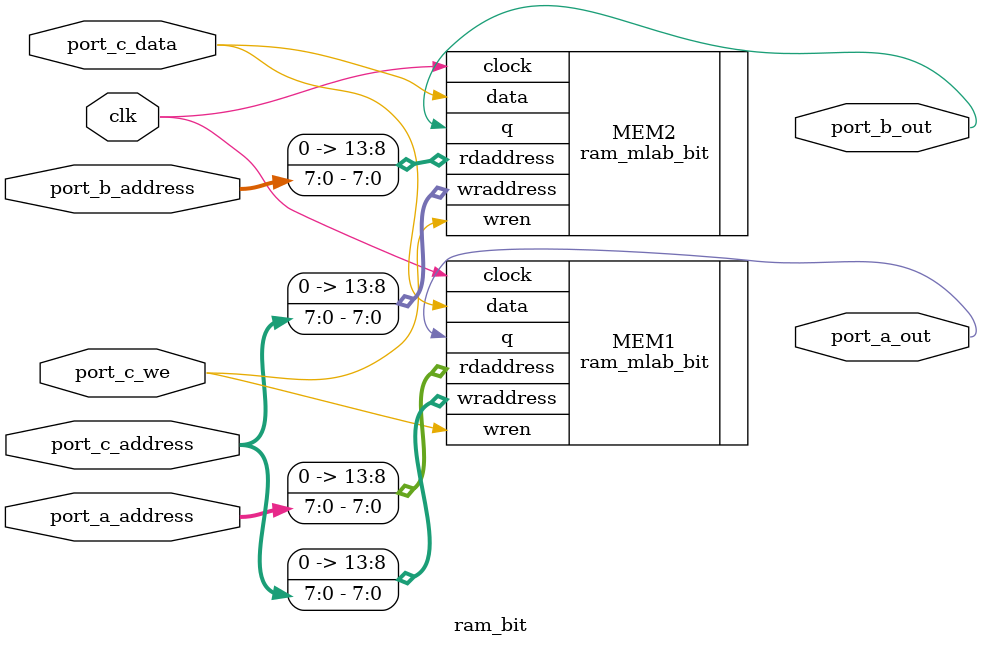
<source format=v>
module ram_bit #(
    parameter AWIDTH = 8
) (
    clk,
    port_a_address,
    port_a_out,

    port_b_address,
    port_b_out,

    port_c_address,
    port_c_data,
    port_c_we
);

input clk;
input [AWIDTH-1:0] port_a_address;
output port_a_out;

input [AWIDTH-1:0] port_b_address;
output port_b_out;

input [AWIDTH-1:0] port_c_address;
input port_c_data;
input port_c_we;

ram_mlab_bit MEM1 (
	.clock(clk),
	.rdaddress({6'b00,port_a_address}),
	.wraddress({6'b00,port_c_address}),
	.data(port_c_data),
	.wren(port_c_we),
	.q(port_a_out)
);

ram_mlab_bit MEM2 (
	.clock(clk),
	.rdaddress({6'b00,port_b_address}),
	.wraddress({6'b00,port_c_address}),
	.data(port_c_data),
	.wren(port_c_we),
	.q(port_b_out)
);

endmodule
</source>
